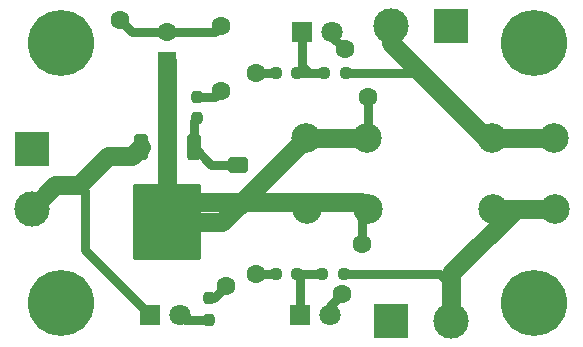
<source format=gtl>
%TF.GenerationSoftware,KiCad,Pcbnew,8.0.1*%
%TF.CreationDate,2024-08-03T23:28:29+02:00*%
%TF.ProjectId,prot_cir,70726f74-5f63-4697-922e-6b696361645f,rev?*%
%TF.SameCoordinates,Original*%
%TF.FileFunction,Copper,L1,Top*%
%TF.FilePolarity,Positive*%
%FSLAX46Y46*%
G04 Gerber Fmt 4.6, Leading zero omitted, Abs format (unit mm)*
G04 Created by KiCad (PCBNEW 8.0.1) date 2024-08-03 23:28:29*
%MOMM*%
%LPD*%
G01*
G04 APERTURE LIST*
G04 Aperture macros list*
%AMRoundRect*
0 Rectangle with rounded corners*
0 $1 Rounding radius*
0 $2 $3 $4 $5 $6 $7 $8 $9 X,Y pos of 4 corners*
0 Add a 4 corners polygon primitive as box body*
4,1,4,$2,$3,$4,$5,$6,$7,$8,$9,$2,$3,0*
0 Add four circle primitives for the rounded corners*
1,1,$1+$1,$2,$3*
1,1,$1+$1,$4,$5*
1,1,$1+$1,$6,$7*
1,1,$1+$1,$8,$9*
0 Add four rect primitives between the rounded corners*
20,1,$1+$1,$2,$3,$4,$5,0*
20,1,$1+$1,$4,$5,$6,$7,0*
20,1,$1+$1,$6,$7,$8,$9,0*
20,1,$1+$1,$8,$9,$2,$3,0*%
G04 Aperture macros list end*
%TA.AperFunction,SMDPad,CuDef*%
%ADD10RoundRect,0.237500X0.250000X0.237500X-0.250000X0.237500X-0.250000X-0.237500X0.250000X-0.237500X0*%
%TD*%
%TA.AperFunction,ComponentPad*%
%ADD11R,1.800000X1.800000*%
%TD*%
%TA.AperFunction,ComponentPad*%
%ADD12C,1.800000*%
%TD*%
%TA.AperFunction,ComponentPad*%
%ADD13C,5.600000*%
%TD*%
%TA.AperFunction,ComponentPad*%
%ADD14R,3.000000X3.000000*%
%TD*%
%TA.AperFunction,ComponentPad*%
%ADD15C,3.000000*%
%TD*%
%TA.AperFunction,SMDPad,CuDef*%
%ADD16RoundRect,0.237500X-0.237500X0.250000X-0.237500X-0.250000X0.237500X-0.250000X0.237500X0.250000X0*%
%TD*%
%TA.AperFunction,ComponentPad*%
%ADD17C,2.500000*%
%TD*%
%TA.AperFunction,SMDPad,CuDef*%
%ADD18RoundRect,0.250000X0.600000X-0.400000X0.600000X0.400000X-0.600000X0.400000X-0.600000X-0.400000X0*%
%TD*%
%TA.AperFunction,ComponentPad*%
%ADD19R,1.600000X1.600000*%
%TD*%
%TA.AperFunction,ComponentPad*%
%ADD20C,1.600000*%
%TD*%
%TA.AperFunction,SMDPad,CuDef*%
%ADD21RoundRect,0.250000X-0.350000X0.850000X-0.350000X-0.850000X0.350000X-0.850000X0.350000X0.850000X0*%
%TD*%
%TA.AperFunction,SMDPad,CuDef*%
%ADD22RoundRect,0.250000X-1.125000X1.275000X-1.125000X-1.275000X1.125000X-1.275000X1.125000X1.275000X0*%
%TD*%
%TA.AperFunction,SMDPad,CuDef*%
%ADD23RoundRect,0.249997X-2.650003X2.950003X-2.650003X-2.950003X2.650003X-2.950003X2.650003X2.950003X0*%
%TD*%
%TA.AperFunction,ViaPad*%
%ADD24C,1.600000*%
%TD*%
%TA.AperFunction,Conductor*%
%ADD25C,0.800000*%
%TD*%
%TA.AperFunction,Conductor*%
%ADD26C,1.600000*%
%TD*%
G04 APERTURE END LIST*
D10*
%TO.P,R4,1*%
%TO.N,Net-(J2-Pin_2)*%
X133912500Y-113500000D03*
%TO.P,R4,2*%
%TO.N,Net-(D2-K)*%
X132087500Y-113500000D03*
%TD*%
%TO.P,R2,1*%
%TO.N,Net-(D2-K)*%
X130000000Y-113500000D03*
%TO.P,R2,2*%
%TO.N,GND*%
X128175000Y-113500000D03*
%TD*%
D11*
%TO.P,D2,1,K*%
%TO.N,Net-(D2-K)*%
X130225000Y-117000000D03*
D12*
%TO.P,D2,2,A*%
%TO.N,Net-(D1-K)*%
X132765000Y-117000000D03*
%TD*%
D10*
%TO.P,R5,1*%
%TO.N,Net-(J4-Pin_2)*%
X134087500Y-96500000D03*
%TO.P,R5,2*%
%TO.N,Net-(D4-K)*%
X132262500Y-96500000D03*
%TD*%
D11*
%TO.P,D4,1,K*%
%TO.N,Net-(D4-K)*%
X130400000Y-93000000D03*
D12*
%TO.P,D4,2,A*%
%TO.N,Net-(D1-K)*%
X132940000Y-93000000D03*
%TD*%
D10*
%TO.P,R3,1*%
%TO.N,Net-(D4-K)*%
X130000000Y-96500000D03*
%TO.P,R3,2*%
%TO.N,GND*%
X128175000Y-96500000D03*
%TD*%
D13*
%TO.P,REF\u002A\u002A,1*%
%TO.N,N/C*%
X110000000Y-116000000D03*
%TD*%
%TO.P,REF\u002A\u002A,1*%
%TO.N,N/C*%
X110000000Y-94000000D03*
%TD*%
%TO.P,REF\u002A\u002A,1*%
%TO.N,N/C*%
X150000000Y-116000000D03*
%TD*%
%TO.P,REF\u002A\u002A,1*%
%TO.N,N/C*%
X150000000Y-94000000D03*
%TD*%
D14*
%TO.P,J4,1,Pin_1*%
%TO.N,GND*%
X143040000Y-92500000D03*
D15*
%TO.P,J4,2,Pin_2*%
%TO.N,Net-(J4-Pin_2)*%
X137960000Y-92500000D03*
%TD*%
D14*
%TO.P,J2,1,Pin_1*%
%TO.N,GND*%
X137960000Y-117500000D03*
D15*
%TO.P,J2,2,Pin_2*%
%TO.N,Net-(J2-Pin_2)*%
X143040000Y-117500000D03*
%TD*%
D14*
%TO.P,J1,1,Pin_1*%
%TO.N,GND*%
X107500000Y-102920000D03*
D15*
%TO.P,J1,2,Pin_2*%
%TO.N,+12V*%
X107500000Y-108000000D03*
%TD*%
D16*
%TO.P,R6,1*%
%TO.N,GND*%
X121500000Y-98500000D03*
%TO.P,R6,2*%
%TO.N,Net-(D1-A)*%
X121500000Y-100325000D03*
%TD*%
%TO.P,R1,1*%
%TO.N,GND*%
X122500000Y-115587500D03*
%TO.P,R1,2*%
%TO.N,Net-(D3-A)*%
X122500000Y-117412500D03*
%TD*%
D17*
%TO.P,F2,1*%
%TO.N,Net-(D1-K)*%
X130700000Y-102000000D03*
X135900000Y-102000000D03*
%TO.P,F2,2*%
%TO.N,Net-(J4-Pin_2)*%
X146500000Y-102000000D03*
X151700000Y-102000000D03*
%TD*%
%TO.P,F1,2*%
%TO.N,Net-(J2-Pin_2)*%
X151800000Y-108000000D03*
X146600000Y-108000000D03*
%TO.P,F1,1*%
%TO.N,Net-(D1-K)*%
X136000000Y-108000000D03*
X130800000Y-108000000D03*
%TD*%
D11*
%TO.P,D3,1,K*%
%TO.N,+12V*%
X117500000Y-117000000D03*
D12*
%TO.P,D3,2,A*%
%TO.N,Net-(D3-A)*%
X120040000Y-117000000D03*
%TD*%
D18*
%TO.P,D1,1,K*%
%TO.N,Net-(D1-K)*%
X125000000Y-107750000D03*
%TO.P,D1,2,A*%
%TO.N,Net-(D1-A)*%
X125000000Y-104250000D03*
%TD*%
D19*
%TO.P,C1,1*%
%TO.N,Net-(D1-K)*%
X119000000Y-95500000D03*
D20*
%TO.P,C1,2*%
%TO.N,GND*%
X119000000Y-93000000D03*
%TD*%
D21*
%TO.P,Q1,1,G*%
%TO.N,Net-(D1-A)*%
X121280000Y-102800000D03*
D22*
%TO.P,Q1,2,S*%
%TO.N,Net-(D1-K)*%
X120525000Y-107425000D03*
X117475000Y-107425000D03*
D23*
X119000000Y-109100000D03*
D22*
X120525000Y-110775000D03*
X117475000Y-110775000D03*
D21*
%TO.P,Q1,3,D*%
%TO.N,+12V*%
X116720000Y-102800000D03*
%TD*%
D24*
%TO.N,GND*%
X123500000Y-98000000D03*
%TO.N,Net-(D1-K)*%
X135500000Y-111000000D03*
X133750000Y-115250000D03*
X136000000Y-98500000D03*
X134000000Y-94500000D03*
%TO.N,GND*%
X126500000Y-96500000D03*
X126500000Y-113500000D03*
X124000000Y-114500000D03*
X115000000Y-92000000D03*
X123500000Y-92500000D03*
%TD*%
D25*
%TO.N,GND*%
X123000000Y-98500000D02*
X123500000Y-98000000D01*
X121500000Y-98500000D02*
X123000000Y-98500000D01*
%TO.N,Net-(D1-K)*%
X133750000Y-115250000D02*
X132765000Y-116235000D01*
X132765000Y-116235000D02*
X132765000Y-117000000D01*
X135500000Y-108500000D02*
X136000000Y-108000000D01*
X135500000Y-111000000D02*
X135500000Y-108500000D01*
X136000000Y-101900000D02*
X135900000Y-102000000D01*
X136000000Y-98500000D02*
X136000000Y-101900000D01*
X132940000Y-93440000D02*
X134000000Y-94500000D01*
X132940000Y-93000000D02*
X132940000Y-93440000D01*
%TO.N,GND*%
X128175000Y-96500000D02*
X126500000Y-96500000D01*
X128175000Y-113500000D02*
X126500000Y-113500000D01*
X122912500Y-115587500D02*
X124000000Y-114500000D01*
X122500000Y-115587500D02*
X122912500Y-115587500D01*
X123000000Y-93000000D02*
X119000000Y-93000000D01*
X123500000Y-92500000D02*
X123000000Y-93000000D01*
X116000000Y-93000000D02*
X119000000Y-93000000D01*
X115000000Y-92000000D02*
X116000000Y-93000000D01*
%TO.N,Net-(D1-A)*%
X121280000Y-100545000D02*
X121500000Y-100325000D01*
X121280000Y-102800000D02*
X121280000Y-100545000D01*
X122730000Y-104250000D02*
X121280000Y-102800000D01*
X125000000Y-104250000D02*
X122730000Y-104250000D01*
D26*
%TO.N,Net-(J4-Pin_2)*%
X140000000Y-96000000D02*
X137960000Y-93960000D01*
X146000000Y-102000000D02*
X140000000Y-96000000D01*
D25*
X134087500Y-96500000D02*
X139500000Y-96500000D01*
X139500000Y-96500000D02*
X140000000Y-96000000D01*
%TO.N,Net-(D4-K)*%
X130400000Y-95900000D02*
X131000000Y-96500000D01*
X130400000Y-93000000D02*
X130400000Y-95900000D01*
X131000000Y-96500000D02*
X132262500Y-96500000D01*
X130000000Y-96500000D02*
X131000000Y-96500000D01*
%TO.N,Net-(J2-Pin_2)*%
X142040000Y-113500000D02*
X143040000Y-114500000D01*
X133912500Y-113500000D02*
X142040000Y-113500000D01*
D26*
X143040000Y-114500000D02*
X143040000Y-117500000D01*
X143040000Y-113460000D02*
X143040000Y-114500000D01*
D25*
%TO.N,Net-(D2-K)*%
X130000000Y-113500000D02*
X132087500Y-113500000D01*
X130225000Y-113725000D02*
X130000000Y-113500000D01*
X130225000Y-117000000D02*
X130225000Y-113725000D01*
%TO.N,+12V*%
X112000000Y-106500000D02*
X111500000Y-106000000D01*
X112000000Y-111500000D02*
X112000000Y-106500000D01*
X117500000Y-117000000D02*
X112000000Y-111500000D01*
%TO.N,Net-(D3-A)*%
X120452500Y-117412500D02*
X120040000Y-117000000D01*
X122500000Y-117412500D02*
X120452500Y-117412500D01*
%TO.N,Net-(D1-K)*%
X121275000Y-110775000D02*
X120525000Y-110775000D01*
D26*
%TO.N,Net-(J4-Pin_2)*%
X137960000Y-93960000D02*
X137960000Y-92500000D01*
X149000000Y-102000000D02*
X146000000Y-102000000D01*
X146500000Y-102000000D02*
X149000000Y-102000000D01*
X149000000Y-102000000D02*
X151700000Y-102000000D01*
%TO.N,Net-(J2-Pin_2)*%
X148500000Y-108000000D02*
X151800000Y-108000000D01*
X148500000Y-108000000D02*
X143040000Y-113460000D01*
X146600000Y-108000000D02*
X148500000Y-108000000D01*
%TO.N,Net-(D1-K)*%
X135900000Y-102000000D02*
X130700000Y-102000000D01*
X123600000Y-109100000D02*
X130700000Y-102000000D01*
X119000000Y-109100000D02*
X123600000Y-109100000D01*
X135425000Y-107425000D02*
X136000000Y-108000000D01*
X120525000Y-107425000D02*
X135425000Y-107425000D01*
X119000000Y-109100000D02*
X119000000Y-95500000D01*
%TO.N,+12V*%
X116020000Y-103500000D02*
X116720000Y-102800000D01*
X114000000Y-103500000D02*
X116020000Y-103500000D01*
X109500000Y-106000000D02*
X111500000Y-106000000D01*
X107500000Y-108000000D02*
X109500000Y-106000000D01*
X111500000Y-106000000D02*
X114000000Y-103500000D01*
%TD*%
M02*

</source>
